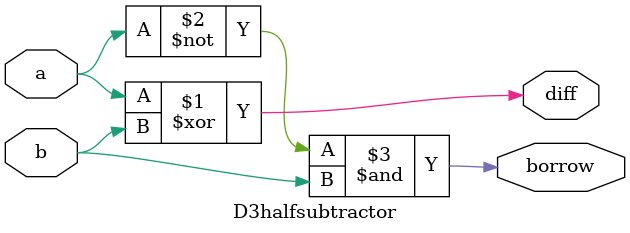
<source format=v>
`timescale 1ns / 1ps
module D3halfsubtractor(a,b,diff,borrow
    );
input a,b;
output diff,borrow;
wire diff,borrow;
assign diff=a^b;
assign borrow=~a&b;
endmodule

</source>
